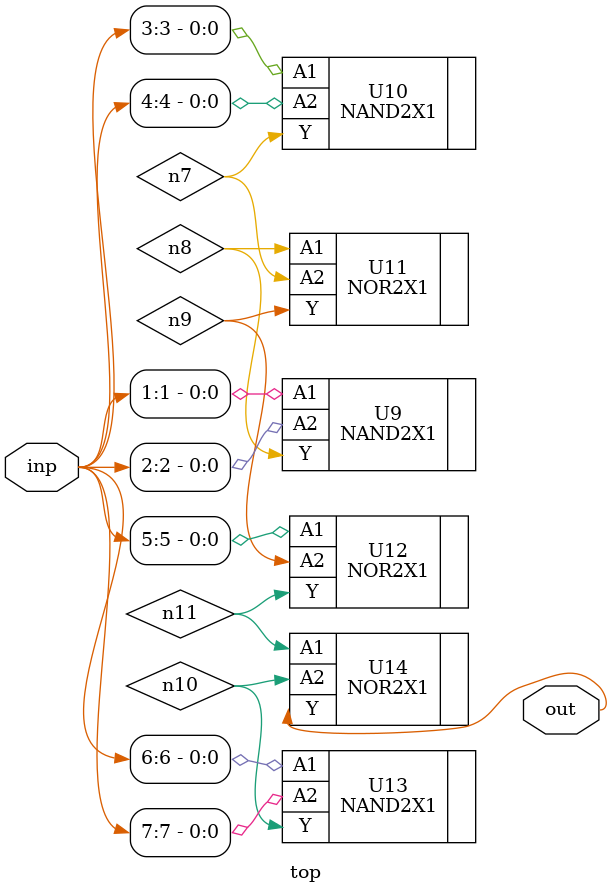
<source format=sv>


module top ( inp, out );
  input [7:0] inp;
  output out;
  wire   n7, n8, n9, n10, n11;

  NAND2X1 U9 ( .A1(inp[1]), .A2(inp[2]), .Y(n8) );
  NAND2X1 U10 ( .A1(inp[3]), .A2(inp[4]), .Y(n7) );
  NOR2X1 U11 ( .A1(n8), .A2(n7), .Y(n9) );
  NOR2X1 U12 ( .A1(inp[5]), .A2(n9), .Y(n11) );
  NAND2X1 U13 ( .A1(inp[6]), .A2(inp[7]), .Y(n10) );
  NOR2X1 U14 ( .A1(n11), .A2(n10), .Y(out) );
endmodule


</source>
